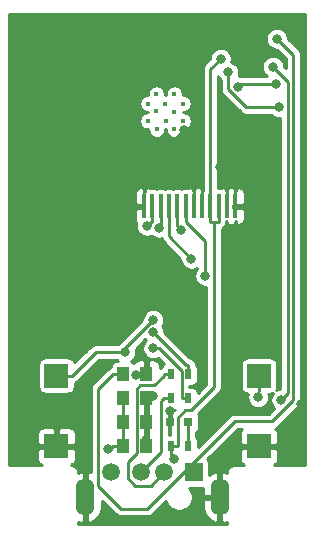
<source format=gbr>
G04 #@! TF.GenerationSoftware,KiCad,Pcbnew,(5.1.7)-1*
G04 #@! TF.CreationDate,2021-10-09T11:46:55+02:00*
G04 #@! TF.ProjectId,20210211_eduino,32303231-3032-4313-915f-656475696e6f,v1.0*
G04 #@! TF.SameCoordinates,Original*
G04 #@! TF.FileFunction,Copper,L1,Top*
G04 #@! TF.FilePolarity,Positive*
%FSLAX46Y46*%
G04 Gerber Fmt 4.6, Leading zero omitted, Abs format (unit mm)*
G04 Created by KiCad (PCBNEW (5.1.7)-1) date 2021-10-09 11:46:55*
%MOMM*%
%LPD*%
G01*
G04 APERTURE LIST*
G04 #@! TA.AperFunction,ComponentPad*
%ADD10O,1.575000X3.150000*%
G04 #@! TD*
G04 #@! TA.AperFunction,ComponentPad*
%ADD11C,1.508000*%
G04 #@! TD*
G04 #@! TA.AperFunction,ComponentPad*
%ADD12R,1.508000X1.508000*%
G04 #@! TD*
G04 #@! TA.AperFunction,SMDPad,CuDef*
%ADD13R,0.350000X2.000000*%
G04 #@! TD*
G04 #@! TA.AperFunction,SMDPad,CuDef*
%ADD14R,1.000000X1.250000*%
G04 #@! TD*
G04 #@! TA.AperFunction,SMDPad,CuDef*
%ADD15R,0.800000X0.800000*%
G04 #@! TD*
G04 #@! TA.AperFunction,SMDPad,CuDef*
%ADD16R,0.500000X0.900000*%
G04 #@! TD*
G04 #@! TA.AperFunction,ComponentPad*
%ADD17C,0.400000*%
G04 #@! TD*
G04 #@! TA.AperFunction,SMDPad,CuDef*
%ADD18R,2.000000X2.000000*%
G04 #@! TD*
G04 #@! TA.AperFunction,ViaPad*
%ADD19C,0.800000*%
G04 #@! TD*
G04 #@! TA.AperFunction,Conductor*
%ADD20C,0.250000*%
G04 #@! TD*
G04 #@! TA.AperFunction,Conductor*
%ADD21C,0.254000*%
G04 #@! TD*
G04 #@! TA.AperFunction,Conductor*
%ADD22C,0.100000*%
G04 #@! TD*
G04 APERTURE END LIST*
D10*
X145908000Y-82042000D03*
X134508000Y-82042000D03*
D11*
X136708000Y-79942000D03*
X139208000Y-79942000D03*
X141208000Y-79942000D03*
D12*
X143708000Y-79942000D03*
D13*
X139508000Y-57404000D03*
X140208000Y-57404000D03*
X140908000Y-57404000D03*
X141608000Y-57404000D03*
X142308000Y-57404000D03*
X143008000Y-57404000D03*
X143708000Y-57404000D03*
X144408000Y-57404000D03*
X145108000Y-57404000D03*
X145808000Y-57404000D03*
X146508000Y-57404000D03*
X147208000Y-57404000D03*
D14*
X137700000Y-71628000D03*
X139700000Y-71628000D03*
X137700000Y-73660000D03*
X139700000Y-73660000D03*
X139700000Y-75692000D03*
X137700000Y-75692000D03*
X139700000Y-77724000D03*
X137700000Y-77724000D03*
D15*
X141656000Y-75692000D03*
X143256000Y-75692000D03*
D16*
X143256000Y-77724000D03*
X141756000Y-77724000D03*
X141756000Y-73660000D03*
X143256000Y-73660000D03*
X143256000Y-71628000D03*
X141756000Y-71628000D03*
D17*
X142810000Y-48709600D03*
X142048000Y-47896800D03*
X140524000Y-47896800D03*
X139812800Y-48709600D03*
X139812800Y-50182800D03*
X140574800Y-50894000D03*
X142048000Y-50894000D03*
X142810000Y-50182800D03*
X142048000Y-49420800D03*
X140524000Y-49370000D03*
X141286000Y-48709600D03*
X141336800Y-50182800D03*
D18*
X132080000Y-77740000D03*
X132080000Y-71740000D03*
X149225000Y-71740000D03*
X149225000Y-77740000D03*
D19*
X134416800Y-69596000D03*
X150745000Y-43217900D03*
X152806400Y-74117200D03*
X139700000Y-77212500D03*
X138800002Y-71699188D03*
X140282803Y-73483597D03*
X141655800Y-74710002D03*
X145948400Y-54076600D03*
X142846984Y-50981947D03*
X143789400Y-53238400D03*
X144830800Y-44221400D03*
X134848600Y-51816000D03*
X134848600Y-52781200D03*
X134874000Y-53797200D03*
X134874000Y-54914800D03*
X142051400Y-78846600D03*
X136475300Y-77937500D03*
X145987300Y-44915200D03*
X137589997Y-73770003D03*
X140273200Y-69436400D03*
X140258100Y-68090300D03*
X151128600Y-73803500D03*
X150411600Y-45584800D03*
X139744500Y-59078000D03*
X142619200Y-59414500D03*
X140755600Y-59223300D03*
X143505800Y-61853500D03*
X144664600Y-63290800D03*
X146630100Y-46073500D03*
X150926100Y-49022900D03*
X147457400Y-47287600D03*
X150638600Y-47041800D03*
X137897400Y-69751800D03*
X140273900Y-67035500D03*
X149150500Y-73569500D03*
D20*
X150745000Y-43217900D02*
X152146000Y-44618900D01*
X152146000Y-44618900D02*
X152146000Y-73833900D01*
X152146000Y-73833900D02*
X150354300Y-75625600D01*
X150354300Y-75625600D02*
X147164300Y-75625600D01*
X147164300Y-75625600D02*
X143708000Y-79081900D01*
X143708000Y-79081900D02*
X139766400Y-83023500D01*
X139766400Y-83023500D02*
X137542800Y-83023500D01*
X137542800Y-83023500D02*
X135625600Y-81106300D01*
X135625600Y-81106300D02*
X135625600Y-72877100D01*
X135625600Y-72877100D02*
X136874700Y-71628000D01*
X143708000Y-79942000D02*
X143708000Y-79081900D01*
X137700000Y-71628000D02*
X136874700Y-71628000D01*
X139700000Y-77724000D02*
X139700000Y-75692000D01*
X139700000Y-77724000D02*
X139700000Y-77212500D01*
X139700000Y-75692000D02*
X139700000Y-73660000D01*
X138871190Y-71628000D02*
X138800002Y-71699188D01*
X139700000Y-71628000D02*
X138871190Y-71628000D01*
X141655800Y-75691800D02*
X141656000Y-75692000D01*
X141655800Y-74710002D02*
X141655800Y-75691800D01*
X139508000Y-57404000D02*
X139508000Y-54040000D01*
X139508000Y-54040000D02*
X139776200Y-53771800D01*
X143708000Y-54325400D02*
X143708000Y-57404000D01*
X143154400Y-53771800D02*
X143708000Y-54325400D01*
X144408000Y-57404000D02*
X144408000Y-54771400D01*
X143962000Y-54325400D02*
X143708000Y-54325400D01*
X144408000Y-54771400D02*
X143962000Y-54325400D01*
X147208000Y-57404000D02*
X147208000Y-54929800D01*
X147208000Y-54929800D02*
X147066000Y-54787800D01*
X147066000Y-54787800D02*
X146558000Y-54787800D01*
X146508000Y-54837800D02*
X146508000Y-57404000D01*
X146558000Y-54787800D02*
X146508000Y-54837800D01*
X146558000Y-54686200D02*
X145948400Y-54076600D01*
X146558000Y-54787800D02*
X146558000Y-54686200D01*
X140538200Y-53771800D02*
X140538200Y-53290731D01*
X139776200Y-53771800D02*
X140538200Y-53771800D01*
X140538200Y-53771800D02*
X143154400Y-53771800D01*
X143358365Y-52807365D02*
X143789400Y-53238400D01*
X141021565Y-52807365D02*
X143358365Y-52807365D01*
X140538200Y-53290731D02*
X141021565Y-52807365D01*
X141021565Y-52807365D02*
X142846984Y-50981947D01*
X137700000Y-77724000D02*
X137700000Y-75692000D01*
X137631100Y-77724000D02*
X137700000Y-77724000D01*
X145419200Y-58729300D02*
X145808000Y-58729300D01*
X145108000Y-58729300D02*
X145419200Y-58729300D01*
X142331300Y-77724000D02*
X142381400Y-77673900D01*
X142381400Y-77673900D02*
X142381400Y-75296300D01*
X142381400Y-75296300D02*
X142976700Y-74701000D01*
X142976700Y-74701000D02*
X143443700Y-74701000D01*
X143443700Y-74701000D02*
X145419200Y-72725500D01*
X145419200Y-72725500D02*
X145419200Y-58729300D01*
X142051400Y-78846600D02*
X141756000Y-78551200D01*
X141756000Y-78551200D02*
X141756000Y-77724000D01*
X145108000Y-57404000D02*
X145108000Y-58729300D01*
X145808000Y-57404000D02*
X145808000Y-58729300D01*
X141756000Y-77724000D02*
X142331300Y-77724000D01*
X137631100Y-77724000D02*
X136874700Y-77724000D01*
X136475300Y-77937500D02*
X136661200Y-77937500D01*
X136661200Y-77937500D02*
X136874700Y-77724000D01*
X145108000Y-56078700D02*
X145108000Y-45794500D01*
X145108000Y-45794500D02*
X145987300Y-44915200D01*
X145108000Y-57404000D02*
X145108000Y-56078700D01*
X137700000Y-75692000D02*
X137700000Y-73660000D01*
X143256000Y-77724000D02*
X143256000Y-75692000D01*
X141756000Y-73660000D02*
X141180700Y-73660000D01*
X141180700Y-73660000D02*
X140930600Y-73910100D01*
X140930600Y-73910100D02*
X140930600Y-78219400D01*
X140930600Y-78219400D02*
X139208000Y-79942000D01*
X141756000Y-71628000D02*
X141180700Y-71628000D01*
X141180700Y-71628000D02*
X141180700Y-71771800D01*
X141180700Y-71771800D02*
X140374100Y-72578400D01*
X140374100Y-72578400D02*
X139194600Y-72578400D01*
X139194600Y-72578400D02*
X138874600Y-72898400D01*
X138874600Y-72898400D02*
X138874600Y-78265900D01*
X138874600Y-78265900D02*
X138108200Y-79032300D01*
X138108200Y-79032300D02*
X138108200Y-80402900D01*
X138108200Y-80402900D02*
X138771500Y-81066200D01*
X138771500Y-81066200D02*
X140083800Y-81066200D01*
X140083800Y-81066200D02*
X141208000Y-79942000D01*
X143256000Y-73660000D02*
X142680700Y-73660000D01*
X140273200Y-69436400D02*
X140793800Y-69436400D01*
X140793800Y-69436400D02*
X142680700Y-71323300D01*
X142680700Y-71323300D02*
X142680700Y-73660000D01*
X143256000Y-71628000D02*
X143256000Y-70852700D01*
X140258100Y-68090300D02*
X143020500Y-70852700D01*
X143020500Y-70852700D02*
X143256000Y-70852700D01*
X150411600Y-45584800D02*
X151695400Y-46868600D01*
X151695400Y-46868600D02*
X151695400Y-73236700D01*
X151695400Y-73236700D02*
X151128600Y-73803500D01*
X140208000Y-57404000D02*
X140208000Y-58729300D01*
X139744500Y-59078000D02*
X140093200Y-58729300D01*
X140093200Y-58729300D02*
X140208000Y-58729300D01*
X142619200Y-59414500D02*
X142308000Y-59103300D01*
X142308000Y-59103300D02*
X142308000Y-57404000D01*
X140755600Y-59223300D02*
X140908000Y-59070900D01*
X140908000Y-59070900D02*
X140908000Y-57404000D01*
X143505800Y-61853500D02*
X141608000Y-59955700D01*
X141608000Y-59955700D02*
X141608000Y-57404000D01*
X143008000Y-57404000D02*
X143008000Y-58729300D01*
X144664600Y-63290800D02*
X144664600Y-60385900D01*
X144664600Y-60385900D02*
X143008000Y-58729300D01*
X150926100Y-49022900D02*
X148158700Y-49022900D01*
X148158700Y-49022900D02*
X146630100Y-47494300D01*
X146630100Y-47494300D02*
X146630100Y-46073500D01*
X150638600Y-47041800D02*
X147703200Y-47041800D01*
X147703200Y-47041800D02*
X147457400Y-47287600D01*
X133405300Y-71740000D02*
X135393500Y-69751800D01*
X135393500Y-69751800D02*
X137897400Y-69751800D01*
X140273900Y-67035500D02*
X137897400Y-69412000D01*
X137897400Y-69412000D02*
X137897400Y-69751800D01*
X132080000Y-71740000D02*
X133405300Y-71740000D01*
X149225000Y-71740000D02*
X149225000Y-73065300D01*
X149225000Y-73065300D02*
X149150500Y-73139800D01*
X149150500Y-73139800D02*
X149150500Y-73569500D01*
D21*
X153118001Y-75601391D02*
X153118000Y-79331000D01*
X150464242Y-79331000D01*
X150469180Y-79329502D01*
X150579494Y-79270537D01*
X150676185Y-79191185D01*
X150755537Y-79094494D01*
X150814502Y-78984180D01*
X150850812Y-78864482D01*
X150863072Y-78740000D01*
X150860000Y-78025750D01*
X150701250Y-77867000D01*
X149352000Y-77867000D01*
X149352000Y-77887000D01*
X149098000Y-77887000D01*
X149098000Y-77867000D01*
X147748750Y-77867000D01*
X147590000Y-78025750D01*
X147586928Y-78740000D01*
X147599188Y-78864482D01*
X147635498Y-78984180D01*
X147694463Y-79094494D01*
X147773815Y-79191185D01*
X147870506Y-79270537D01*
X147980820Y-79329502D01*
X147985758Y-79331000D01*
X147093108Y-79331000D01*
X147066000Y-79328330D01*
X147038891Y-79331000D01*
X146957789Y-79338988D01*
X146853737Y-79370552D01*
X146757842Y-79421809D01*
X146673789Y-79490789D01*
X146604809Y-79574842D01*
X146553552Y-79670737D01*
X146521988Y-79774789D01*
X146511330Y-79883000D01*
X146514000Y-79910108D01*
X146514000Y-79967733D01*
X146335034Y-79891681D01*
X146255076Y-79874992D01*
X146035000Y-79997148D01*
X146035000Y-81915000D01*
X146055000Y-81915000D01*
X146055000Y-82169000D01*
X146035000Y-82169000D01*
X146035000Y-84086852D01*
X146255076Y-84209008D01*
X146335034Y-84192319D01*
X146514001Y-84116267D01*
X146514001Y-84284000D01*
X133902000Y-84284000D01*
X133902000Y-84116267D01*
X134080966Y-84192319D01*
X134160924Y-84209008D01*
X134381000Y-84086852D01*
X134381000Y-82169000D01*
X134361000Y-82169000D01*
X134361000Y-81915000D01*
X134381000Y-81915000D01*
X134381000Y-79997148D01*
X134160924Y-79874992D01*
X134080966Y-79891681D01*
X133902000Y-79967733D01*
X133902000Y-79910108D01*
X133904670Y-79883000D01*
X133894012Y-79774789D01*
X133862448Y-79670737D01*
X133811191Y-79574842D01*
X133742211Y-79490789D01*
X133658158Y-79421809D01*
X133562263Y-79370552D01*
X133458211Y-79338988D01*
X133377109Y-79331000D01*
X133377108Y-79331000D01*
X133350000Y-79328330D01*
X133322891Y-79331000D01*
X133319242Y-79331000D01*
X133324180Y-79329502D01*
X133434494Y-79270537D01*
X133531185Y-79191185D01*
X133610537Y-79094494D01*
X133669502Y-78984180D01*
X133705812Y-78864482D01*
X133718072Y-78740000D01*
X133715000Y-78025750D01*
X133556250Y-77867000D01*
X132207000Y-77867000D01*
X132207000Y-77887000D01*
X131953000Y-77887000D01*
X131953000Y-77867000D01*
X130603750Y-77867000D01*
X130445000Y-78025750D01*
X130441928Y-78740000D01*
X130454188Y-78864482D01*
X130490498Y-78984180D01*
X130549463Y-79094494D01*
X130628815Y-79191185D01*
X130725506Y-79270537D01*
X130835820Y-79329502D01*
X130840758Y-79331000D01*
X128060000Y-79331000D01*
X128060000Y-76740000D01*
X130441928Y-76740000D01*
X130445000Y-77454250D01*
X130603750Y-77613000D01*
X131953000Y-77613000D01*
X131953000Y-76263750D01*
X132207000Y-76263750D01*
X132207000Y-77613000D01*
X133556250Y-77613000D01*
X133715000Y-77454250D01*
X133718072Y-76740000D01*
X133705812Y-76615518D01*
X133669502Y-76495820D01*
X133610537Y-76385506D01*
X133531185Y-76288815D01*
X133434494Y-76209463D01*
X133324180Y-76150498D01*
X133204482Y-76114188D01*
X133080000Y-76101928D01*
X132365750Y-76105000D01*
X132207000Y-76263750D01*
X131953000Y-76263750D01*
X131794250Y-76105000D01*
X131080000Y-76101928D01*
X130955518Y-76114188D01*
X130835820Y-76150498D01*
X130725506Y-76209463D01*
X130628815Y-76288815D01*
X130549463Y-76385506D01*
X130490498Y-76495820D01*
X130454188Y-76615518D01*
X130441928Y-76740000D01*
X128060000Y-76740000D01*
X128060000Y-70740000D01*
X130550451Y-70740000D01*
X130550451Y-72740000D01*
X130560626Y-72843310D01*
X130590761Y-72942650D01*
X130639696Y-73034202D01*
X130705552Y-73114448D01*
X130785798Y-73180304D01*
X130877350Y-73229239D01*
X130976690Y-73259374D01*
X131080000Y-73269549D01*
X133080000Y-73269549D01*
X133183310Y-73259374D01*
X133282650Y-73229239D01*
X133374202Y-73180304D01*
X133454448Y-73114448D01*
X133520304Y-73034202D01*
X133569239Y-72942650D01*
X133599374Y-72843310D01*
X133609549Y-72740000D01*
X133609549Y-72359379D01*
X133656017Y-72345283D01*
X133769284Y-72284741D01*
X133868564Y-72203264D01*
X133888985Y-72178381D01*
X135663567Y-70403800D01*
X137238424Y-70403800D01*
X137306472Y-70471848D01*
X137308871Y-70473451D01*
X137200000Y-70473451D01*
X137096690Y-70483626D01*
X136997350Y-70513761D01*
X136905798Y-70562696D01*
X136825552Y-70628552D01*
X136759696Y-70708798D01*
X136710761Y-70800350D01*
X136680626Y-70899690D01*
X136670451Y-71003000D01*
X136670451Y-71008621D01*
X136623983Y-71022717D01*
X136510716Y-71083259D01*
X136411436Y-71164736D01*
X136391020Y-71189613D01*
X135187214Y-72393420D01*
X135162337Y-72413836D01*
X135080860Y-72513116D01*
X135069421Y-72534517D01*
X135020317Y-72626384D01*
X134983035Y-72749286D01*
X134970446Y-72877100D01*
X134973601Y-72909132D01*
X134973600Y-79908070D01*
X134935034Y-79891681D01*
X134855076Y-79874992D01*
X134635000Y-79997148D01*
X134635000Y-81915000D01*
X134655000Y-81915000D01*
X134655000Y-82169000D01*
X134635000Y-82169000D01*
X134635000Y-84086852D01*
X134855076Y-84209008D01*
X134935034Y-84192319D01*
X135192702Y-84082823D01*
X135424057Y-83925162D01*
X135620208Y-83725395D01*
X135773618Y-83491200D01*
X135878391Y-83231576D01*
X135930500Y-82956500D01*
X135930500Y-82333266D01*
X137059120Y-83461887D01*
X137079536Y-83486764D01*
X137178816Y-83568241D01*
X137292083Y-83628783D01*
X137414985Y-83666065D01*
X137542799Y-83678654D01*
X137574821Y-83675500D01*
X139734378Y-83675500D01*
X139766400Y-83678654D01*
X139798422Y-83675500D01*
X139894214Y-83666065D01*
X140017117Y-83628783D01*
X140130384Y-83568241D01*
X140229664Y-83486764D01*
X140250085Y-83461881D01*
X141347562Y-82364405D01*
X141350271Y-82378026D01*
X141437111Y-82587677D01*
X141563183Y-82776357D01*
X141723643Y-82936817D01*
X141912323Y-83062889D01*
X142121974Y-83149729D01*
X142344538Y-83194000D01*
X142571462Y-83194000D01*
X142794026Y-83149729D01*
X143003677Y-83062889D01*
X143192357Y-82936817D01*
X143352817Y-82776357D01*
X143478889Y-82587677D01*
X143565729Y-82378026D01*
X143607307Y-82169000D01*
X144485500Y-82169000D01*
X144485500Y-82956500D01*
X144537609Y-83231576D01*
X144642382Y-83491200D01*
X144795792Y-83725395D01*
X144991943Y-83925162D01*
X145223298Y-84082823D01*
X145480966Y-84192319D01*
X145560924Y-84209008D01*
X145781000Y-84086852D01*
X145781000Y-82169000D01*
X144485500Y-82169000D01*
X143607307Y-82169000D01*
X143610000Y-82155462D01*
X143610000Y-81928538D01*
X143565729Y-81705974D01*
X143478889Y-81496323D01*
X143352817Y-81307643D01*
X143270723Y-81225549D01*
X144462000Y-81225549D01*
X144485500Y-81223234D01*
X144485500Y-81915000D01*
X145781000Y-81915000D01*
X145781000Y-79997148D01*
X145560924Y-79874992D01*
X145480966Y-79891681D01*
X145223298Y-80001177D01*
X144991943Y-80158838D01*
X144991549Y-80159239D01*
X144991549Y-79188000D01*
X144981374Y-79084690D01*
X144951239Y-78985350D01*
X144902304Y-78893798D01*
X144864379Y-78847587D01*
X147434367Y-76277600D01*
X147787481Y-76277600D01*
X147773815Y-76288815D01*
X147694463Y-76385506D01*
X147635498Y-76495820D01*
X147599188Y-76615518D01*
X147586928Y-76740000D01*
X147590000Y-77454250D01*
X147748750Y-77613000D01*
X149098000Y-77613000D01*
X149098000Y-77593000D01*
X149352000Y-77593000D01*
X149352000Y-77613000D01*
X150701250Y-77613000D01*
X150860000Y-77454250D01*
X150863072Y-76740000D01*
X150850812Y-76615518D01*
X150814502Y-76495820D01*
X150755537Y-76385506D01*
X150676185Y-76288815D01*
X150605367Y-76230696D01*
X150718284Y-76170341D01*
X150817564Y-76088864D01*
X150837985Y-76063981D01*
X152584387Y-74317580D01*
X152609264Y-74297164D01*
X152690741Y-74197884D01*
X152751283Y-74084617D01*
X152788565Y-73961714D01*
X152798000Y-73865922D01*
X152798000Y-73865915D01*
X152801153Y-73833901D01*
X152798000Y-73801886D01*
X152798000Y-44650921D01*
X152801154Y-44618899D01*
X152788565Y-44491085D01*
X152751283Y-44368183D01*
X152693483Y-44260046D01*
X152690741Y-44254916D01*
X152609264Y-44155636D01*
X152584388Y-44135221D01*
X151672000Y-43222834D01*
X151672000Y-43126599D01*
X151636376Y-42947504D01*
X151566496Y-42778801D01*
X151465048Y-42626972D01*
X151335928Y-42497852D01*
X151184099Y-42396404D01*
X151015396Y-42326524D01*
X150836301Y-42290900D01*
X150653699Y-42290900D01*
X150474604Y-42326524D01*
X150305901Y-42396404D01*
X150154072Y-42497852D01*
X150024952Y-42626972D01*
X149923504Y-42778801D01*
X149853624Y-42947504D01*
X149818000Y-43126599D01*
X149818000Y-43309201D01*
X149853624Y-43488296D01*
X149923504Y-43656999D01*
X150024952Y-43808828D01*
X150154072Y-43937948D01*
X150305901Y-44039396D01*
X150474604Y-44109276D01*
X150653699Y-44144900D01*
X150749934Y-44144900D01*
X151494000Y-44888967D01*
X151494000Y-45745134D01*
X151338600Y-45589734D01*
X151338600Y-45493499D01*
X151302976Y-45314404D01*
X151233096Y-45145701D01*
X151131648Y-44993872D01*
X151002528Y-44864752D01*
X150850699Y-44763304D01*
X150681996Y-44693424D01*
X150502901Y-44657800D01*
X150320299Y-44657800D01*
X150141204Y-44693424D01*
X149972501Y-44763304D01*
X149820672Y-44864752D01*
X149691552Y-44993872D01*
X149590104Y-45145701D01*
X149520224Y-45314404D01*
X149484600Y-45493499D01*
X149484600Y-45676101D01*
X149520224Y-45855196D01*
X149590104Y-46023899D01*
X149691552Y-46175728D01*
X149820672Y-46304848D01*
X149947813Y-46389800D01*
X147735222Y-46389800D01*
X147703200Y-46386646D01*
X147687445Y-46388198D01*
X147548701Y-46360600D01*
X147514557Y-46360600D01*
X147521476Y-46343896D01*
X147557100Y-46164801D01*
X147557100Y-45982199D01*
X147521476Y-45803104D01*
X147451596Y-45634401D01*
X147350148Y-45482572D01*
X147221028Y-45353452D01*
X147069199Y-45252004D01*
X146900496Y-45182124D01*
X146880171Y-45178081D01*
X146914300Y-45006501D01*
X146914300Y-44823899D01*
X146878676Y-44644804D01*
X146808796Y-44476101D01*
X146707348Y-44324272D01*
X146578228Y-44195152D01*
X146426399Y-44093704D01*
X146257696Y-44023824D01*
X146078601Y-43988200D01*
X145895999Y-43988200D01*
X145716904Y-44023824D01*
X145548201Y-44093704D01*
X145396372Y-44195152D01*
X145267252Y-44324272D01*
X145165804Y-44476101D01*
X145095924Y-44644804D01*
X145060300Y-44823899D01*
X145060300Y-44920134D01*
X144669614Y-45310820D01*
X144644737Y-45331236D01*
X144563260Y-45430516D01*
X144549112Y-45456986D01*
X144502717Y-45543784D01*
X144465435Y-45666686D01*
X144452846Y-45794500D01*
X144456001Y-45826532D01*
X144456000Y-55927750D01*
X144456000Y-56129568D01*
X144417770Y-56055924D01*
X144360000Y-55983776D01*
X144360000Y-55927750D01*
X144201250Y-55769000D01*
X144100987Y-55779734D01*
X144058000Y-55793342D01*
X144015013Y-55779734D01*
X143914750Y-55769000D01*
X143756000Y-55927750D01*
X143756000Y-55983776D01*
X143698230Y-56055924D01*
X143660000Y-56129568D01*
X143660000Y-55927750D01*
X143501250Y-55769000D01*
X143400987Y-55779734D01*
X143281736Y-55817483D01*
X143178177Y-55874451D01*
X142833000Y-55874451D01*
X142729690Y-55884626D01*
X142658000Y-55906373D01*
X142586310Y-55884626D01*
X142483000Y-55874451D01*
X142133000Y-55874451D01*
X142029690Y-55884626D01*
X141958000Y-55906373D01*
X141886310Y-55884626D01*
X141783000Y-55874451D01*
X141433000Y-55874451D01*
X141329690Y-55884626D01*
X141258000Y-55906373D01*
X141186310Y-55884626D01*
X141083000Y-55874451D01*
X140733000Y-55874451D01*
X140629690Y-55884626D01*
X140558000Y-55906373D01*
X140486310Y-55884626D01*
X140383000Y-55874451D01*
X140037823Y-55874451D01*
X139934264Y-55817483D01*
X139815013Y-55779734D01*
X139714750Y-55769000D01*
X139556000Y-55927750D01*
X139556000Y-56178452D01*
X139543761Y-56201350D01*
X139513626Y-56300690D01*
X139503451Y-56404000D01*
X139503451Y-57551000D01*
X139460000Y-57551000D01*
X139460000Y-57531000D01*
X138856750Y-57531000D01*
X138698000Y-57689750D01*
X138694974Y-58396312D01*
X138705734Y-58520933D01*
X138740599Y-58641059D01*
X138798230Y-58752076D01*
X138851048Y-58818040D01*
X138817500Y-58986699D01*
X138817500Y-59169301D01*
X138853124Y-59348396D01*
X138923004Y-59517099D01*
X139024452Y-59668928D01*
X139153572Y-59798048D01*
X139305401Y-59899496D01*
X139474104Y-59969376D01*
X139653199Y-60005000D01*
X139835801Y-60005000D01*
X140014896Y-59969376D01*
X140139208Y-59917884D01*
X140164672Y-59943348D01*
X140316501Y-60044796D01*
X140485204Y-60114676D01*
X140664299Y-60150300D01*
X140846901Y-60150300D01*
X140977796Y-60124263D01*
X141002717Y-60206416D01*
X141063259Y-60319683D01*
X141144736Y-60418964D01*
X141169618Y-60439385D01*
X142578800Y-61848567D01*
X142578800Y-61944801D01*
X142614424Y-62123896D01*
X142684304Y-62292599D01*
X142785752Y-62444428D01*
X142914872Y-62573548D01*
X143066701Y-62674996D01*
X143235404Y-62744876D01*
X143414499Y-62780500D01*
X143597101Y-62780500D01*
X143776196Y-62744876D01*
X143944899Y-62674996D01*
X144012600Y-62629760D01*
X144012600Y-62631824D01*
X143944552Y-62699872D01*
X143843104Y-62851701D01*
X143773224Y-63020404D01*
X143737600Y-63199499D01*
X143737600Y-63382101D01*
X143773224Y-63561196D01*
X143843104Y-63729899D01*
X143944552Y-63881728D01*
X144073672Y-64010848D01*
X144225501Y-64112296D01*
X144394204Y-64182176D01*
X144573299Y-64217800D01*
X144755901Y-64217800D01*
X144767201Y-64215552D01*
X144767200Y-72455433D01*
X144033494Y-73189139D01*
X144025374Y-73106690D01*
X143995239Y-73007350D01*
X143946304Y-72915798D01*
X143880448Y-72835552D01*
X143800202Y-72769696D01*
X143708650Y-72720761D01*
X143609310Y-72690626D01*
X143506000Y-72680451D01*
X143332700Y-72680451D01*
X143332700Y-72607549D01*
X143506000Y-72607549D01*
X143609310Y-72597374D01*
X143708650Y-72567239D01*
X143800202Y-72518304D01*
X143880448Y-72452448D01*
X143946304Y-72372202D01*
X143995239Y-72280650D01*
X144025374Y-72181310D01*
X144035549Y-72078000D01*
X144035549Y-71178000D01*
X144025374Y-71074690D01*
X143995239Y-70975350D01*
X143946304Y-70883798D01*
X143909841Y-70839367D01*
X143898565Y-70724886D01*
X143861283Y-70601983D01*
X143800741Y-70488716D01*
X143719264Y-70389436D01*
X143619984Y-70307959D01*
X143506717Y-70247417D01*
X143383814Y-70210135D01*
X143290845Y-70200978D01*
X141185100Y-68095234D01*
X141185100Y-67998999D01*
X141149476Y-67819904D01*
X141079596Y-67651201D01*
X141028496Y-67574723D01*
X141095396Y-67474599D01*
X141165276Y-67305896D01*
X141200900Y-67126801D01*
X141200900Y-66944199D01*
X141165276Y-66765104D01*
X141095396Y-66596401D01*
X140993948Y-66444572D01*
X140864828Y-66315452D01*
X140712999Y-66214004D01*
X140544296Y-66144124D01*
X140365201Y-66108500D01*
X140182599Y-66108500D01*
X140003504Y-66144124D01*
X139834801Y-66214004D01*
X139682972Y-66315452D01*
X139553852Y-66444572D01*
X139452404Y-66596401D01*
X139382524Y-66765104D01*
X139346900Y-66944199D01*
X139346900Y-67040433D01*
X137459019Y-68928315D01*
X137449123Y-68936437D01*
X137306472Y-69031752D01*
X137238424Y-69099800D01*
X135425514Y-69099800D01*
X135393499Y-69096647D01*
X135361485Y-69099800D01*
X135361478Y-69099800D01*
X135278327Y-69107990D01*
X135265685Y-69109235D01*
X135142783Y-69146517D01*
X135029516Y-69207059D01*
X134930236Y-69288536D01*
X134909820Y-69313413D01*
X133596388Y-70626846D01*
X133569239Y-70537350D01*
X133520304Y-70445798D01*
X133454448Y-70365552D01*
X133374202Y-70299696D01*
X133282650Y-70250761D01*
X133183310Y-70220626D01*
X133080000Y-70210451D01*
X131080000Y-70210451D01*
X130976690Y-70220626D01*
X130877350Y-70250761D01*
X130785798Y-70299696D01*
X130705552Y-70365552D01*
X130639696Y-70445798D01*
X130590761Y-70537350D01*
X130560626Y-70636690D01*
X130550451Y-70740000D01*
X128060000Y-70740000D01*
X128060000Y-56411688D01*
X138694974Y-56411688D01*
X138698000Y-57118250D01*
X138856750Y-57277000D01*
X139460000Y-57277000D01*
X139460000Y-55927750D01*
X139301250Y-55769000D01*
X139200987Y-55779734D01*
X139081736Y-55817483D01*
X138972140Y-55877772D01*
X138876412Y-55958284D01*
X138798230Y-56055924D01*
X138740599Y-56166941D01*
X138705734Y-56287067D01*
X138694974Y-56411688D01*
X128060000Y-56411688D01*
X128060000Y-48637997D01*
X139085800Y-48637997D01*
X139085800Y-48781203D01*
X139113738Y-48921658D01*
X139168541Y-49053964D01*
X139248102Y-49173036D01*
X139349364Y-49274298D01*
X139468436Y-49353859D01*
X139600742Y-49408662D01*
X139741197Y-49436600D01*
X139797000Y-49436600D01*
X139797000Y-49441603D01*
X139799824Y-49455800D01*
X139741197Y-49455800D01*
X139600742Y-49483738D01*
X139468436Y-49538541D01*
X139349364Y-49618102D01*
X139248102Y-49719364D01*
X139168541Y-49838436D01*
X139113738Y-49970742D01*
X139085800Y-50111197D01*
X139085800Y-50254403D01*
X139113738Y-50394858D01*
X139168541Y-50527164D01*
X139248102Y-50646236D01*
X139349364Y-50747498D01*
X139468436Y-50827059D01*
X139600742Y-50881862D01*
X139741197Y-50909800D01*
X139847800Y-50909800D01*
X139847800Y-50965603D01*
X139875738Y-51106058D01*
X139930541Y-51238364D01*
X140010102Y-51357436D01*
X140111364Y-51458698D01*
X140230436Y-51538259D01*
X140362742Y-51593062D01*
X140503197Y-51621000D01*
X140646403Y-51621000D01*
X140786858Y-51593062D01*
X140919164Y-51538259D01*
X141038236Y-51458698D01*
X141139498Y-51357436D01*
X141219059Y-51238364D01*
X141273862Y-51106058D01*
X141301800Y-50965603D01*
X141301800Y-50909800D01*
X141321000Y-50909800D01*
X141321000Y-50965603D01*
X141348938Y-51106058D01*
X141403741Y-51238364D01*
X141483302Y-51357436D01*
X141584564Y-51458698D01*
X141703636Y-51538259D01*
X141835942Y-51593062D01*
X141976397Y-51621000D01*
X142119603Y-51621000D01*
X142260058Y-51593062D01*
X142392364Y-51538259D01*
X142511436Y-51458698D01*
X142612698Y-51357436D01*
X142692259Y-51238364D01*
X142747062Y-51106058D01*
X142775000Y-50965603D01*
X142775000Y-50909800D01*
X142881603Y-50909800D01*
X143022058Y-50881862D01*
X143154364Y-50827059D01*
X143273436Y-50747498D01*
X143374698Y-50646236D01*
X143454259Y-50527164D01*
X143509062Y-50394858D01*
X143537000Y-50254403D01*
X143537000Y-50111197D01*
X143509062Y-49970742D01*
X143454259Y-49838436D01*
X143374698Y-49719364D01*
X143273436Y-49618102D01*
X143154364Y-49538541D01*
X143022058Y-49483738D01*
X142881603Y-49455800D01*
X142775000Y-49455800D01*
X142775000Y-49436600D01*
X142881603Y-49436600D01*
X143022058Y-49408662D01*
X143154364Y-49353859D01*
X143273436Y-49274298D01*
X143374698Y-49173036D01*
X143454259Y-49053964D01*
X143509062Y-48921658D01*
X143537000Y-48781203D01*
X143537000Y-48637997D01*
X143509062Y-48497542D01*
X143454259Y-48365236D01*
X143374698Y-48246164D01*
X143273436Y-48144902D01*
X143154364Y-48065341D01*
X143022058Y-48010538D01*
X142881603Y-47982600D01*
X142772176Y-47982600D01*
X142775000Y-47968403D01*
X142775000Y-47825197D01*
X142747062Y-47684742D01*
X142692259Y-47552436D01*
X142612698Y-47433364D01*
X142511436Y-47332102D01*
X142392364Y-47252541D01*
X142260058Y-47197738D01*
X142119603Y-47169800D01*
X141976397Y-47169800D01*
X141835942Y-47197738D01*
X141703636Y-47252541D01*
X141584564Y-47332102D01*
X141483302Y-47433364D01*
X141403741Y-47552436D01*
X141348938Y-47684742D01*
X141321000Y-47825197D01*
X141321000Y-47968403D01*
X141323824Y-47982600D01*
X141248176Y-47982600D01*
X141251000Y-47968403D01*
X141251000Y-47825197D01*
X141223062Y-47684742D01*
X141168259Y-47552436D01*
X141088698Y-47433364D01*
X140987436Y-47332102D01*
X140868364Y-47252541D01*
X140736058Y-47197738D01*
X140595603Y-47169800D01*
X140452397Y-47169800D01*
X140311942Y-47197738D01*
X140179636Y-47252541D01*
X140060564Y-47332102D01*
X139959302Y-47433364D01*
X139879741Y-47552436D01*
X139824938Y-47684742D01*
X139797000Y-47825197D01*
X139797000Y-47968403D01*
X139799824Y-47982600D01*
X139741197Y-47982600D01*
X139600742Y-48010538D01*
X139468436Y-48065341D01*
X139349364Y-48144902D01*
X139248102Y-48246164D01*
X139168541Y-48365236D01*
X139113738Y-48497542D01*
X139085800Y-48637997D01*
X128060000Y-48637997D01*
X128060000Y-41128500D01*
X153118000Y-41128500D01*
X153118001Y-75601391D01*
G04 #@! TA.AperFunction,Conductor*
D22*
G36*
X153118001Y-75601391D02*
G01*
X153118000Y-79331000D01*
X150464242Y-79331000D01*
X150469180Y-79329502D01*
X150579494Y-79270537D01*
X150676185Y-79191185D01*
X150755537Y-79094494D01*
X150814502Y-78984180D01*
X150850812Y-78864482D01*
X150863072Y-78740000D01*
X150860000Y-78025750D01*
X150701250Y-77867000D01*
X149352000Y-77867000D01*
X149352000Y-77887000D01*
X149098000Y-77887000D01*
X149098000Y-77867000D01*
X147748750Y-77867000D01*
X147590000Y-78025750D01*
X147586928Y-78740000D01*
X147599188Y-78864482D01*
X147635498Y-78984180D01*
X147694463Y-79094494D01*
X147773815Y-79191185D01*
X147870506Y-79270537D01*
X147980820Y-79329502D01*
X147985758Y-79331000D01*
X147093108Y-79331000D01*
X147066000Y-79328330D01*
X147038891Y-79331000D01*
X146957789Y-79338988D01*
X146853737Y-79370552D01*
X146757842Y-79421809D01*
X146673789Y-79490789D01*
X146604809Y-79574842D01*
X146553552Y-79670737D01*
X146521988Y-79774789D01*
X146511330Y-79883000D01*
X146514000Y-79910108D01*
X146514000Y-79967733D01*
X146335034Y-79891681D01*
X146255076Y-79874992D01*
X146035000Y-79997148D01*
X146035000Y-81915000D01*
X146055000Y-81915000D01*
X146055000Y-82169000D01*
X146035000Y-82169000D01*
X146035000Y-84086852D01*
X146255076Y-84209008D01*
X146335034Y-84192319D01*
X146514001Y-84116267D01*
X146514001Y-84284000D01*
X133902000Y-84284000D01*
X133902000Y-84116267D01*
X134080966Y-84192319D01*
X134160924Y-84209008D01*
X134381000Y-84086852D01*
X134381000Y-82169000D01*
X134361000Y-82169000D01*
X134361000Y-81915000D01*
X134381000Y-81915000D01*
X134381000Y-79997148D01*
X134160924Y-79874992D01*
X134080966Y-79891681D01*
X133902000Y-79967733D01*
X133902000Y-79910108D01*
X133904670Y-79883000D01*
X133894012Y-79774789D01*
X133862448Y-79670737D01*
X133811191Y-79574842D01*
X133742211Y-79490789D01*
X133658158Y-79421809D01*
X133562263Y-79370552D01*
X133458211Y-79338988D01*
X133377109Y-79331000D01*
X133377108Y-79331000D01*
X133350000Y-79328330D01*
X133322891Y-79331000D01*
X133319242Y-79331000D01*
X133324180Y-79329502D01*
X133434494Y-79270537D01*
X133531185Y-79191185D01*
X133610537Y-79094494D01*
X133669502Y-78984180D01*
X133705812Y-78864482D01*
X133718072Y-78740000D01*
X133715000Y-78025750D01*
X133556250Y-77867000D01*
X132207000Y-77867000D01*
X132207000Y-77887000D01*
X131953000Y-77887000D01*
X131953000Y-77867000D01*
X130603750Y-77867000D01*
X130445000Y-78025750D01*
X130441928Y-78740000D01*
X130454188Y-78864482D01*
X130490498Y-78984180D01*
X130549463Y-79094494D01*
X130628815Y-79191185D01*
X130725506Y-79270537D01*
X130835820Y-79329502D01*
X130840758Y-79331000D01*
X128060000Y-79331000D01*
X128060000Y-76740000D01*
X130441928Y-76740000D01*
X130445000Y-77454250D01*
X130603750Y-77613000D01*
X131953000Y-77613000D01*
X131953000Y-76263750D01*
X132207000Y-76263750D01*
X132207000Y-77613000D01*
X133556250Y-77613000D01*
X133715000Y-77454250D01*
X133718072Y-76740000D01*
X133705812Y-76615518D01*
X133669502Y-76495820D01*
X133610537Y-76385506D01*
X133531185Y-76288815D01*
X133434494Y-76209463D01*
X133324180Y-76150498D01*
X133204482Y-76114188D01*
X133080000Y-76101928D01*
X132365750Y-76105000D01*
X132207000Y-76263750D01*
X131953000Y-76263750D01*
X131794250Y-76105000D01*
X131080000Y-76101928D01*
X130955518Y-76114188D01*
X130835820Y-76150498D01*
X130725506Y-76209463D01*
X130628815Y-76288815D01*
X130549463Y-76385506D01*
X130490498Y-76495820D01*
X130454188Y-76615518D01*
X130441928Y-76740000D01*
X128060000Y-76740000D01*
X128060000Y-70740000D01*
X130550451Y-70740000D01*
X130550451Y-72740000D01*
X130560626Y-72843310D01*
X130590761Y-72942650D01*
X130639696Y-73034202D01*
X130705552Y-73114448D01*
X130785798Y-73180304D01*
X130877350Y-73229239D01*
X130976690Y-73259374D01*
X131080000Y-73269549D01*
X133080000Y-73269549D01*
X133183310Y-73259374D01*
X133282650Y-73229239D01*
X133374202Y-73180304D01*
X133454448Y-73114448D01*
X133520304Y-73034202D01*
X133569239Y-72942650D01*
X133599374Y-72843310D01*
X133609549Y-72740000D01*
X133609549Y-72359379D01*
X133656017Y-72345283D01*
X133769284Y-72284741D01*
X133868564Y-72203264D01*
X133888985Y-72178381D01*
X135663567Y-70403800D01*
X137238424Y-70403800D01*
X137306472Y-70471848D01*
X137308871Y-70473451D01*
X137200000Y-70473451D01*
X137096690Y-70483626D01*
X136997350Y-70513761D01*
X136905798Y-70562696D01*
X136825552Y-70628552D01*
X136759696Y-70708798D01*
X136710761Y-70800350D01*
X136680626Y-70899690D01*
X136670451Y-71003000D01*
X136670451Y-71008621D01*
X136623983Y-71022717D01*
X136510716Y-71083259D01*
X136411436Y-71164736D01*
X136391020Y-71189613D01*
X135187214Y-72393420D01*
X135162337Y-72413836D01*
X135080860Y-72513116D01*
X135069421Y-72534517D01*
X135020317Y-72626384D01*
X134983035Y-72749286D01*
X134970446Y-72877100D01*
X134973601Y-72909132D01*
X134973600Y-79908070D01*
X134935034Y-79891681D01*
X134855076Y-79874992D01*
X134635000Y-79997148D01*
X134635000Y-81915000D01*
X134655000Y-81915000D01*
X134655000Y-82169000D01*
X134635000Y-82169000D01*
X134635000Y-84086852D01*
X134855076Y-84209008D01*
X134935034Y-84192319D01*
X135192702Y-84082823D01*
X135424057Y-83925162D01*
X135620208Y-83725395D01*
X135773618Y-83491200D01*
X135878391Y-83231576D01*
X135930500Y-82956500D01*
X135930500Y-82333266D01*
X137059120Y-83461887D01*
X137079536Y-83486764D01*
X137178816Y-83568241D01*
X137292083Y-83628783D01*
X137414985Y-83666065D01*
X137542799Y-83678654D01*
X137574821Y-83675500D01*
X139734378Y-83675500D01*
X139766400Y-83678654D01*
X139798422Y-83675500D01*
X139894214Y-83666065D01*
X140017117Y-83628783D01*
X140130384Y-83568241D01*
X140229664Y-83486764D01*
X140250085Y-83461881D01*
X141347562Y-82364405D01*
X141350271Y-82378026D01*
X141437111Y-82587677D01*
X141563183Y-82776357D01*
X141723643Y-82936817D01*
X141912323Y-83062889D01*
X142121974Y-83149729D01*
X142344538Y-83194000D01*
X142571462Y-83194000D01*
X142794026Y-83149729D01*
X143003677Y-83062889D01*
X143192357Y-82936817D01*
X143352817Y-82776357D01*
X143478889Y-82587677D01*
X143565729Y-82378026D01*
X143607307Y-82169000D01*
X144485500Y-82169000D01*
X144485500Y-82956500D01*
X144537609Y-83231576D01*
X144642382Y-83491200D01*
X144795792Y-83725395D01*
X144991943Y-83925162D01*
X145223298Y-84082823D01*
X145480966Y-84192319D01*
X145560924Y-84209008D01*
X145781000Y-84086852D01*
X145781000Y-82169000D01*
X144485500Y-82169000D01*
X143607307Y-82169000D01*
X143610000Y-82155462D01*
X143610000Y-81928538D01*
X143565729Y-81705974D01*
X143478889Y-81496323D01*
X143352817Y-81307643D01*
X143270723Y-81225549D01*
X144462000Y-81225549D01*
X144485500Y-81223234D01*
X144485500Y-81915000D01*
X145781000Y-81915000D01*
X145781000Y-79997148D01*
X145560924Y-79874992D01*
X145480966Y-79891681D01*
X145223298Y-80001177D01*
X144991943Y-80158838D01*
X144991549Y-80159239D01*
X144991549Y-79188000D01*
X144981374Y-79084690D01*
X144951239Y-78985350D01*
X144902304Y-78893798D01*
X144864379Y-78847587D01*
X147434367Y-76277600D01*
X147787481Y-76277600D01*
X147773815Y-76288815D01*
X147694463Y-76385506D01*
X147635498Y-76495820D01*
X147599188Y-76615518D01*
X147586928Y-76740000D01*
X147590000Y-77454250D01*
X147748750Y-77613000D01*
X149098000Y-77613000D01*
X149098000Y-77593000D01*
X149352000Y-77593000D01*
X149352000Y-77613000D01*
X150701250Y-77613000D01*
X150860000Y-77454250D01*
X150863072Y-76740000D01*
X150850812Y-76615518D01*
X150814502Y-76495820D01*
X150755537Y-76385506D01*
X150676185Y-76288815D01*
X150605367Y-76230696D01*
X150718284Y-76170341D01*
X150817564Y-76088864D01*
X150837985Y-76063981D01*
X152584387Y-74317580D01*
X152609264Y-74297164D01*
X152690741Y-74197884D01*
X152751283Y-74084617D01*
X152788565Y-73961714D01*
X152798000Y-73865922D01*
X152798000Y-73865915D01*
X152801153Y-73833901D01*
X152798000Y-73801886D01*
X152798000Y-44650921D01*
X152801154Y-44618899D01*
X152788565Y-44491085D01*
X152751283Y-44368183D01*
X152693483Y-44260046D01*
X152690741Y-44254916D01*
X152609264Y-44155636D01*
X152584388Y-44135221D01*
X151672000Y-43222834D01*
X151672000Y-43126599D01*
X151636376Y-42947504D01*
X151566496Y-42778801D01*
X151465048Y-42626972D01*
X151335928Y-42497852D01*
X151184099Y-42396404D01*
X151015396Y-42326524D01*
X150836301Y-42290900D01*
X150653699Y-42290900D01*
X150474604Y-42326524D01*
X150305901Y-42396404D01*
X150154072Y-42497852D01*
X150024952Y-42626972D01*
X149923504Y-42778801D01*
X149853624Y-42947504D01*
X149818000Y-43126599D01*
X149818000Y-43309201D01*
X149853624Y-43488296D01*
X149923504Y-43656999D01*
X150024952Y-43808828D01*
X150154072Y-43937948D01*
X150305901Y-44039396D01*
X150474604Y-44109276D01*
X150653699Y-44144900D01*
X150749934Y-44144900D01*
X151494000Y-44888967D01*
X151494000Y-45745134D01*
X151338600Y-45589734D01*
X151338600Y-45493499D01*
X151302976Y-45314404D01*
X151233096Y-45145701D01*
X151131648Y-44993872D01*
X151002528Y-44864752D01*
X150850699Y-44763304D01*
X150681996Y-44693424D01*
X150502901Y-44657800D01*
X150320299Y-44657800D01*
X150141204Y-44693424D01*
X149972501Y-44763304D01*
X149820672Y-44864752D01*
X149691552Y-44993872D01*
X149590104Y-45145701D01*
X149520224Y-45314404D01*
X149484600Y-45493499D01*
X149484600Y-45676101D01*
X149520224Y-45855196D01*
X149590104Y-46023899D01*
X149691552Y-46175728D01*
X149820672Y-46304848D01*
X149947813Y-46389800D01*
X147735222Y-46389800D01*
X147703200Y-46386646D01*
X147687445Y-46388198D01*
X147548701Y-46360600D01*
X147514557Y-46360600D01*
X147521476Y-46343896D01*
X147557100Y-46164801D01*
X147557100Y-45982199D01*
X147521476Y-45803104D01*
X147451596Y-45634401D01*
X147350148Y-45482572D01*
X147221028Y-45353452D01*
X147069199Y-45252004D01*
X146900496Y-45182124D01*
X146880171Y-45178081D01*
X146914300Y-45006501D01*
X146914300Y-44823899D01*
X146878676Y-44644804D01*
X146808796Y-44476101D01*
X146707348Y-44324272D01*
X146578228Y-44195152D01*
X146426399Y-44093704D01*
X146257696Y-44023824D01*
X146078601Y-43988200D01*
X145895999Y-43988200D01*
X145716904Y-44023824D01*
X145548201Y-44093704D01*
X145396372Y-44195152D01*
X145267252Y-44324272D01*
X145165804Y-44476101D01*
X145095924Y-44644804D01*
X145060300Y-44823899D01*
X145060300Y-44920134D01*
X144669614Y-45310820D01*
X144644737Y-45331236D01*
X144563260Y-45430516D01*
X144549112Y-45456986D01*
X144502717Y-45543784D01*
X144465435Y-45666686D01*
X144452846Y-45794500D01*
X144456001Y-45826532D01*
X144456000Y-55927750D01*
X144456000Y-56129568D01*
X144417770Y-56055924D01*
X144360000Y-55983776D01*
X144360000Y-55927750D01*
X144201250Y-55769000D01*
X144100987Y-55779734D01*
X144058000Y-55793342D01*
X144015013Y-55779734D01*
X143914750Y-55769000D01*
X143756000Y-55927750D01*
X143756000Y-55983776D01*
X143698230Y-56055924D01*
X143660000Y-56129568D01*
X143660000Y-55927750D01*
X143501250Y-55769000D01*
X143400987Y-55779734D01*
X143281736Y-55817483D01*
X143178177Y-55874451D01*
X142833000Y-55874451D01*
X142729690Y-55884626D01*
X142658000Y-55906373D01*
X142586310Y-55884626D01*
X142483000Y-55874451D01*
X142133000Y-55874451D01*
X142029690Y-55884626D01*
X141958000Y-55906373D01*
X141886310Y-55884626D01*
X141783000Y-55874451D01*
X141433000Y-55874451D01*
X141329690Y-55884626D01*
X141258000Y-55906373D01*
X141186310Y-55884626D01*
X141083000Y-55874451D01*
X140733000Y-55874451D01*
X140629690Y-55884626D01*
X140558000Y-55906373D01*
X140486310Y-55884626D01*
X140383000Y-55874451D01*
X140037823Y-55874451D01*
X139934264Y-55817483D01*
X139815013Y-55779734D01*
X139714750Y-55769000D01*
X139556000Y-55927750D01*
X139556000Y-56178452D01*
X139543761Y-56201350D01*
X139513626Y-56300690D01*
X139503451Y-56404000D01*
X139503451Y-57551000D01*
X139460000Y-57551000D01*
X139460000Y-57531000D01*
X138856750Y-57531000D01*
X138698000Y-57689750D01*
X138694974Y-58396312D01*
X138705734Y-58520933D01*
X138740599Y-58641059D01*
X138798230Y-58752076D01*
X138851048Y-58818040D01*
X138817500Y-58986699D01*
X138817500Y-59169301D01*
X138853124Y-59348396D01*
X138923004Y-59517099D01*
X139024452Y-59668928D01*
X139153572Y-59798048D01*
X139305401Y-59899496D01*
X139474104Y-59969376D01*
X139653199Y-60005000D01*
X139835801Y-60005000D01*
X140014896Y-59969376D01*
X140139208Y-59917884D01*
X140164672Y-59943348D01*
X140316501Y-60044796D01*
X140485204Y-60114676D01*
X140664299Y-60150300D01*
X140846901Y-60150300D01*
X140977796Y-60124263D01*
X141002717Y-60206416D01*
X141063259Y-60319683D01*
X141144736Y-60418964D01*
X141169618Y-60439385D01*
X142578800Y-61848567D01*
X142578800Y-61944801D01*
X142614424Y-62123896D01*
X142684304Y-62292599D01*
X142785752Y-62444428D01*
X142914872Y-62573548D01*
X143066701Y-62674996D01*
X143235404Y-62744876D01*
X143414499Y-62780500D01*
X143597101Y-62780500D01*
X143776196Y-62744876D01*
X143944899Y-62674996D01*
X144012600Y-62629760D01*
X144012600Y-62631824D01*
X143944552Y-62699872D01*
X143843104Y-62851701D01*
X143773224Y-63020404D01*
X143737600Y-63199499D01*
X143737600Y-63382101D01*
X143773224Y-63561196D01*
X143843104Y-63729899D01*
X143944552Y-63881728D01*
X144073672Y-64010848D01*
X144225501Y-64112296D01*
X144394204Y-64182176D01*
X144573299Y-64217800D01*
X144755901Y-64217800D01*
X144767201Y-64215552D01*
X144767200Y-72455433D01*
X144033494Y-73189139D01*
X144025374Y-73106690D01*
X143995239Y-73007350D01*
X143946304Y-72915798D01*
X143880448Y-72835552D01*
X143800202Y-72769696D01*
X143708650Y-72720761D01*
X143609310Y-72690626D01*
X143506000Y-72680451D01*
X143332700Y-72680451D01*
X143332700Y-72607549D01*
X143506000Y-72607549D01*
X143609310Y-72597374D01*
X143708650Y-72567239D01*
X143800202Y-72518304D01*
X143880448Y-72452448D01*
X143946304Y-72372202D01*
X143995239Y-72280650D01*
X144025374Y-72181310D01*
X144035549Y-72078000D01*
X144035549Y-71178000D01*
X144025374Y-71074690D01*
X143995239Y-70975350D01*
X143946304Y-70883798D01*
X143909841Y-70839367D01*
X143898565Y-70724886D01*
X143861283Y-70601983D01*
X143800741Y-70488716D01*
X143719264Y-70389436D01*
X143619984Y-70307959D01*
X143506717Y-70247417D01*
X143383814Y-70210135D01*
X143290845Y-70200978D01*
X141185100Y-68095234D01*
X141185100Y-67998999D01*
X141149476Y-67819904D01*
X141079596Y-67651201D01*
X141028496Y-67574723D01*
X141095396Y-67474599D01*
X141165276Y-67305896D01*
X141200900Y-67126801D01*
X141200900Y-66944199D01*
X141165276Y-66765104D01*
X141095396Y-66596401D01*
X140993948Y-66444572D01*
X140864828Y-66315452D01*
X140712999Y-66214004D01*
X140544296Y-66144124D01*
X140365201Y-66108500D01*
X140182599Y-66108500D01*
X140003504Y-66144124D01*
X139834801Y-66214004D01*
X139682972Y-66315452D01*
X139553852Y-66444572D01*
X139452404Y-66596401D01*
X139382524Y-66765104D01*
X139346900Y-66944199D01*
X139346900Y-67040433D01*
X137459019Y-68928315D01*
X137449123Y-68936437D01*
X137306472Y-69031752D01*
X137238424Y-69099800D01*
X135425514Y-69099800D01*
X135393499Y-69096647D01*
X135361485Y-69099800D01*
X135361478Y-69099800D01*
X135278327Y-69107990D01*
X135265685Y-69109235D01*
X135142783Y-69146517D01*
X135029516Y-69207059D01*
X134930236Y-69288536D01*
X134909820Y-69313413D01*
X133596388Y-70626846D01*
X133569239Y-70537350D01*
X133520304Y-70445798D01*
X133454448Y-70365552D01*
X133374202Y-70299696D01*
X133282650Y-70250761D01*
X133183310Y-70220626D01*
X133080000Y-70210451D01*
X131080000Y-70210451D01*
X130976690Y-70220626D01*
X130877350Y-70250761D01*
X130785798Y-70299696D01*
X130705552Y-70365552D01*
X130639696Y-70445798D01*
X130590761Y-70537350D01*
X130560626Y-70636690D01*
X130550451Y-70740000D01*
X128060000Y-70740000D01*
X128060000Y-56411688D01*
X138694974Y-56411688D01*
X138698000Y-57118250D01*
X138856750Y-57277000D01*
X139460000Y-57277000D01*
X139460000Y-55927750D01*
X139301250Y-55769000D01*
X139200987Y-55779734D01*
X139081736Y-55817483D01*
X138972140Y-55877772D01*
X138876412Y-55958284D01*
X138798230Y-56055924D01*
X138740599Y-56166941D01*
X138705734Y-56287067D01*
X138694974Y-56411688D01*
X128060000Y-56411688D01*
X128060000Y-48637997D01*
X139085800Y-48637997D01*
X139085800Y-48781203D01*
X139113738Y-48921658D01*
X139168541Y-49053964D01*
X139248102Y-49173036D01*
X139349364Y-49274298D01*
X139468436Y-49353859D01*
X139600742Y-49408662D01*
X139741197Y-49436600D01*
X139797000Y-49436600D01*
X139797000Y-49441603D01*
X139799824Y-49455800D01*
X139741197Y-49455800D01*
X139600742Y-49483738D01*
X139468436Y-49538541D01*
X139349364Y-49618102D01*
X139248102Y-49719364D01*
X139168541Y-49838436D01*
X139113738Y-49970742D01*
X139085800Y-50111197D01*
X139085800Y-50254403D01*
X139113738Y-50394858D01*
X139168541Y-50527164D01*
X139248102Y-50646236D01*
X139349364Y-50747498D01*
X139468436Y-50827059D01*
X139600742Y-50881862D01*
X139741197Y-50909800D01*
X139847800Y-50909800D01*
X139847800Y-50965603D01*
X139875738Y-51106058D01*
X139930541Y-51238364D01*
X140010102Y-51357436D01*
X140111364Y-51458698D01*
X140230436Y-51538259D01*
X140362742Y-51593062D01*
X140503197Y-51621000D01*
X140646403Y-51621000D01*
X140786858Y-51593062D01*
X140919164Y-51538259D01*
X141038236Y-51458698D01*
X141139498Y-51357436D01*
X141219059Y-51238364D01*
X141273862Y-51106058D01*
X141301800Y-50965603D01*
X141301800Y-50909800D01*
X141321000Y-50909800D01*
X141321000Y-50965603D01*
X141348938Y-51106058D01*
X141403741Y-51238364D01*
X141483302Y-51357436D01*
X141584564Y-51458698D01*
X141703636Y-51538259D01*
X141835942Y-51593062D01*
X141976397Y-51621000D01*
X142119603Y-51621000D01*
X142260058Y-51593062D01*
X142392364Y-51538259D01*
X142511436Y-51458698D01*
X142612698Y-51357436D01*
X142692259Y-51238364D01*
X142747062Y-51106058D01*
X142775000Y-50965603D01*
X142775000Y-50909800D01*
X142881603Y-50909800D01*
X143022058Y-50881862D01*
X143154364Y-50827059D01*
X143273436Y-50747498D01*
X143374698Y-50646236D01*
X143454259Y-50527164D01*
X143509062Y-50394858D01*
X143537000Y-50254403D01*
X143537000Y-50111197D01*
X143509062Y-49970742D01*
X143454259Y-49838436D01*
X143374698Y-49719364D01*
X143273436Y-49618102D01*
X143154364Y-49538541D01*
X143022058Y-49483738D01*
X142881603Y-49455800D01*
X142775000Y-49455800D01*
X142775000Y-49436600D01*
X142881603Y-49436600D01*
X143022058Y-49408662D01*
X143154364Y-49353859D01*
X143273436Y-49274298D01*
X143374698Y-49173036D01*
X143454259Y-49053964D01*
X143509062Y-48921658D01*
X143537000Y-48781203D01*
X143537000Y-48637997D01*
X143509062Y-48497542D01*
X143454259Y-48365236D01*
X143374698Y-48246164D01*
X143273436Y-48144902D01*
X143154364Y-48065341D01*
X143022058Y-48010538D01*
X142881603Y-47982600D01*
X142772176Y-47982600D01*
X142775000Y-47968403D01*
X142775000Y-47825197D01*
X142747062Y-47684742D01*
X142692259Y-47552436D01*
X142612698Y-47433364D01*
X142511436Y-47332102D01*
X142392364Y-47252541D01*
X142260058Y-47197738D01*
X142119603Y-47169800D01*
X141976397Y-47169800D01*
X141835942Y-47197738D01*
X141703636Y-47252541D01*
X141584564Y-47332102D01*
X141483302Y-47433364D01*
X141403741Y-47552436D01*
X141348938Y-47684742D01*
X141321000Y-47825197D01*
X141321000Y-47968403D01*
X141323824Y-47982600D01*
X141248176Y-47982600D01*
X141251000Y-47968403D01*
X141251000Y-47825197D01*
X141223062Y-47684742D01*
X141168259Y-47552436D01*
X141088698Y-47433364D01*
X140987436Y-47332102D01*
X140868364Y-47252541D01*
X140736058Y-47197738D01*
X140595603Y-47169800D01*
X140452397Y-47169800D01*
X140311942Y-47197738D01*
X140179636Y-47252541D01*
X140060564Y-47332102D01*
X139959302Y-47433364D01*
X139879741Y-47552436D01*
X139824938Y-47684742D01*
X139797000Y-47825197D01*
X139797000Y-47968403D01*
X139799824Y-47982600D01*
X139741197Y-47982600D01*
X139600742Y-48010538D01*
X139468436Y-48065341D01*
X139349364Y-48144902D01*
X139248102Y-48246164D01*
X139168541Y-48365236D01*
X139113738Y-48497542D01*
X139085800Y-48637997D01*
X128060000Y-48637997D01*
X128060000Y-41128500D01*
X153118000Y-41128500D01*
X153118001Y-75601391D01*
G37*
G04 #@! TD.AperFunction*
D21*
X136901748Y-79927858D02*
X136887605Y-79942000D01*
X136901748Y-79956143D01*
X136722143Y-80135748D01*
X136708000Y-80121605D01*
X136693858Y-80135748D01*
X136514253Y-79956143D01*
X136528395Y-79942000D01*
X136514253Y-79927858D01*
X136693858Y-79748253D01*
X136708000Y-79762395D01*
X136722143Y-79748253D01*
X136901748Y-79927858D01*
G04 #@! TA.AperFunction,Conductor*
D22*
G36*
X136901748Y-79927858D02*
G01*
X136887605Y-79942000D01*
X136901748Y-79956143D01*
X136722143Y-80135748D01*
X136708000Y-80121605D01*
X136693858Y-80135748D01*
X136514253Y-79956143D01*
X136528395Y-79942000D01*
X136514253Y-79927858D01*
X136693858Y-79748253D01*
X136708000Y-79762395D01*
X136722143Y-79748253D01*
X136901748Y-79927858D01*
G37*
G04 #@! TD.AperFunction*
D21*
X139827000Y-73533000D02*
X139847000Y-73533000D01*
X139847000Y-73787000D01*
X139827000Y-73787000D01*
X139827000Y-75565000D01*
X139847000Y-75565000D01*
X139847000Y-75819000D01*
X139827000Y-75819000D01*
X139827000Y-77597000D01*
X139847000Y-77597000D01*
X139847000Y-77851000D01*
X139827000Y-77851000D01*
X139827000Y-77871000D01*
X139573000Y-77871000D01*
X139573000Y-77851000D01*
X139553000Y-77851000D01*
X139553000Y-77597000D01*
X139573000Y-77597000D01*
X139573000Y-75819000D01*
X139553000Y-75819000D01*
X139553000Y-75565000D01*
X139573000Y-75565000D01*
X139573000Y-73787000D01*
X139553000Y-73787000D01*
X139553000Y-73533000D01*
X139573000Y-73533000D01*
X139573000Y-73513000D01*
X139827000Y-73513000D01*
X139827000Y-73533000D01*
G04 #@! TA.AperFunction,Conductor*
D22*
G36*
X139827000Y-73533000D02*
G01*
X139847000Y-73533000D01*
X139847000Y-73787000D01*
X139827000Y-73787000D01*
X139827000Y-75565000D01*
X139847000Y-75565000D01*
X139847000Y-75819000D01*
X139827000Y-75819000D01*
X139827000Y-77597000D01*
X139847000Y-77597000D01*
X139847000Y-77851000D01*
X139827000Y-77851000D01*
X139827000Y-77871000D01*
X139573000Y-77871000D01*
X139573000Y-77851000D01*
X139553000Y-77851000D01*
X139553000Y-77597000D01*
X139573000Y-77597000D01*
X139573000Y-75819000D01*
X139553000Y-75819000D01*
X139553000Y-75565000D01*
X139573000Y-75565000D01*
X139573000Y-73787000D01*
X139553000Y-73787000D01*
X139553000Y-73533000D01*
X139573000Y-73533000D01*
X139573000Y-73513000D01*
X139827000Y-73513000D01*
X139827000Y-73533000D01*
G37*
G04 #@! TD.AperFunction*
D21*
X145808604Y-46512599D02*
X145910052Y-46664428D01*
X145978101Y-46732477D01*
X145978100Y-47462278D01*
X145974946Y-47494300D01*
X145987535Y-47622114D01*
X146006419Y-47684365D01*
X146024817Y-47745016D01*
X146085359Y-47858283D01*
X146166836Y-47957564D01*
X146191719Y-47977985D01*
X147675020Y-49461287D01*
X147695436Y-49486164D01*
X147794716Y-49567641D01*
X147907983Y-49628183D01*
X148030885Y-49665465D01*
X148158700Y-49678054D01*
X148190722Y-49674900D01*
X150267124Y-49674900D01*
X150335172Y-49742948D01*
X150487001Y-49844396D01*
X150655704Y-49914276D01*
X150834799Y-49949900D01*
X151017401Y-49949900D01*
X151043400Y-49944728D01*
X151043401Y-72876500D01*
X151037299Y-72876500D01*
X150858204Y-72912124D01*
X150694257Y-72980034D01*
X150714239Y-72942650D01*
X150744374Y-72843310D01*
X150754549Y-72740000D01*
X150754549Y-70740000D01*
X150744374Y-70636690D01*
X150714239Y-70537350D01*
X150665304Y-70445798D01*
X150599448Y-70365552D01*
X150519202Y-70299696D01*
X150427650Y-70250761D01*
X150328310Y-70220626D01*
X150225000Y-70210451D01*
X148225000Y-70210451D01*
X148121690Y-70220626D01*
X148022350Y-70250761D01*
X147930798Y-70299696D01*
X147850552Y-70365552D01*
X147784696Y-70445798D01*
X147735761Y-70537350D01*
X147705626Y-70636690D01*
X147695451Y-70740000D01*
X147695451Y-72740000D01*
X147705626Y-72843310D01*
X147735761Y-72942650D01*
X147784696Y-73034202D01*
X147850552Y-73114448D01*
X147930798Y-73180304D01*
X148022350Y-73229239D01*
X148121690Y-73259374D01*
X148225000Y-73269549D01*
X148271366Y-73269549D01*
X148259124Y-73299104D01*
X148223500Y-73478199D01*
X148223500Y-73660801D01*
X148259124Y-73839896D01*
X148329004Y-74008599D01*
X148430452Y-74160428D01*
X148559572Y-74289548D01*
X148711401Y-74390996D01*
X148880104Y-74460876D01*
X149059199Y-74496500D01*
X149241801Y-74496500D01*
X149420896Y-74460876D01*
X149589599Y-74390996D01*
X149741428Y-74289548D01*
X149870548Y-74160428D01*
X149971996Y-74008599D01*
X150041876Y-73839896D01*
X150077500Y-73660801D01*
X150077500Y-73478199D01*
X150041876Y-73299104D01*
X150029634Y-73269549D01*
X150225000Y-73269549D01*
X150328310Y-73259374D01*
X150389729Y-73240742D01*
X150307104Y-73364401D01*
X150237224Y-73533104D01*
X150201600Y-73712199D01*
X150201600Y-73894801D01*
X150237224Y-74073896D01*
X150307104Y-74242599D01*
X150408552Y-74394428D01*
X150535979Y-74521855D01*
X150084234Y-74973600D01*
X147196314Y-74973600D01*
X147164299Y-74970447D01*
X147132285Y-74973600D01*
X147132278Y-74973600D01*
X147049127Y-74981790D01*
X147036485Y-74983035D01*
X146913583Y-75020317D01*
X146800316Y-75080859D01*
X146701036Y-75162336D01*
X146680620Y-75187213D01*
X144035549Y-77832285D01*
X144035549Y-77274000D01*
X144025374Y-77170690D01*
X143995239Y-77071350D01*
X143946304Y-76979798D01*
X143908000Y-76933124D01*
X143908000Y-76554861D01*
X143950202Y-76532304D01*
X144030448Y-76466448D01*
X144096304Y-76386202D01*
X144145239Y-76294650D01*
X144175374Y-76195310D01*
X144185549Y-76092000D01*
X144185549Y-75292000D01*
X144175374Y-75188690D01*
X144145239Y-75089350D01*
X144096304Y-74997798D01*
X144083982Y-74982784D01*
X145857588Y-73209179D01*
X145882464Y-73188764D01*
X145963941Y-73089484D01*
X146024483Y-72976217D01*
X146054030Y-72878812D01*
X146061765Y-72853315D01*
X146074354Y-72725500D01*
X146071200Y-72693478D01*
X146071200Y-59327911D01*
X146171984Y-59274041D01*
X146271264Y-59192564D01*
X146352741Y-59093284D01*
X146413283Y-58980017D01*
X146436383Y-58903867D01*
X146460000Y-58880250D01*
X146460000Y-58761322D01*
X146463154Y-58729300D01*
X146460000Y-58697278D01*
X146460000Y-58678432D01*
X146498230Y-58752076D01*
X146556000Y-58824224D01*
X146556000Y-58880250D01*
X146714750Y-59039000D01*
X146815013Y-59028266D01*
X146858000Y-59014658D01*
X146900987Y-59028266D01*
X147001250Y-59039000D01*
X147160000Y-58880250D01*
X147160000Y-58824224D01*
X147217770Y-58752076D01*
X147256000Y-58678432D01*
X147256000Y-58880250D01*
X147414750Y-59039000D01*
X147515013Y-59028266D01*
X147634264Y-58990517D01*
X147743860Y-58930228D01*
X147839588Y-58849716D01*
X147917770Y-58752076D01*
X147975401Y-58641059D01*
X148010266Y-58520933D01*
X148021026Y-58396312D01*
X148018000Y-57689750D01*
X147859250Y-57531000D01*
X147256000Y-57531000D01*
X147256000Y-57627750D01*
X147160000Y-57531750D01*
X147160000Y-57531000D01*
X147061000Y-57531000D01*
X147061000Y-57277000D01*
X147160000Y-57277000D01*
X147160000Y-57276250D01*
X147256000Y-57180250D01*
X147256000Y-57277000D01*
X147859250Y-57277000D01*
X148018000Y-57118250D01*
X148021026Y-56411688D01*
X148010266Y-56287067D01*
X147975401Y-56166941D01*
X147917770Y-56055924D01*
X147839588Y-55958284D01*
X147743860Y-55877772D01*
X147634264Y-55817483D01*
X147515013Y-55779734D01*
X147414750Y-55769000D01*
X147256000Y-55927750D01*
X147256000Y-56129568D01*
X147217770Y-56055924D01*
X147160000Y-55983776D01*
X147160000Y-55927750D01*
X147001250Y-55769000D01*
X146900987Y-55779734D01*
X146858000Y-55793342D01*
X146815013Y-55779734D01*
X146714750Y-55769000D01*
X146556000Y-55927750D01*
X146556000Y-55983776D01*
X146498230Y-56055924D01*
X146460000Y-56129568D01*
X146460000Y-55927750D01*
X146301250Y-55769000D01*
X146200987Y-55779734D01*
X146081736Y-55817483D01*
X145978177Y-55874451D01*
X145760000Y-55874451D01*
X145760000Y-46395260D01*
X145808604Y-46512599D01*
G04 #@! TA.AperFunction,Conductor*
D22*
G36*
X145808604Y-46512599D02*
G01*
X145910052Y-46664428D01*
X145978101Y-46732477D01*
X145978100Y-47462278D01*
X145974946Y-47494300D01*
X145987535Y-47622114D01*
X146006419Y-47684365D01*
X146024817Y-47745016D01*
X146085359Y-47858283D01*
X146166836Y-47957564D01*
X146191719Y-47977985D01*
X147675020Y-49461287D01*
X147695436Y-49486164D01*
X147794716Y-49567641D01*
X147907983Y-49628183D01*
X148030885Y-49665465D01*
X148158700Y-49678054D01*
X148190722Y-49674900D01*
X150267124Y-49674900D01*
X150335172Y-49742948D01*
X150487001Y-49844396D01*
X150655704Y-49914276D01*
X150834799Y-49949900D01*
X151017401Y-49949900D01*
X151043400Y-49944728D01*
X151043401Y-72876500D01*
X151037299Y-72876500D01*
X150858204Y-72912124D01*
X150694257Y-72980034D01*
X150714239Y-72942650D01*
X150744374Y-72843310D01*
X150754549Y-72740000D01*
X150754549Y-70740000D01*
X150744374Y-70636690D01*
X150714239Y-70537350D01*
X150665304Y-70445798D01*
X150599448Y-70365552D01*
X150519202Y-70299696D01*
X150427650Y-70250761D01*
X150328310Y-70220626D01*
X150225000Y-70210451D01*
X148225000Y-70210451D01*
X148121690Y-70220626D01*
X148022350Y-70250761D01*
X147930798Y-70299696D01*
X147850552Y-70365552D01*
X147784696Y-70445798D01*
X147735761Y-70537350D01*
X147705626Y-70636690D01*
X147695451Y-70740000D01*
X147695451Y-72740000D01*
X147705626Y-72843310D01*
X147735761Y-72942650D01*
X147784696Y-73034202D01*
X147850552Y-73114448D01*
X147930798Y-73180304D01*
X148022350Y-73229239D01*
X148121690Y-73259374D01*
X148225000Y-73269549D01*
X148271366Y-73269549D01*
X148259124Y-73299104D01*
X148223500Y-73478199D01*
X148223500Y-73660801D01*
X148259124Y-73839896D01*
X148329004Y-74008599D01*
X148430452Y-74160428D01*
X148559572Y-74289548D01*
X148711401Y-74390996D01*
X148880104Y-74460876D01*
X149059199Y-74496500D01*
X149241801Y-74496500D01*
X149420896Y-74460876D01*
X149589599Y-74390996D01*
X149741428Y-74289548D01*
X149870548Y-74160428D01*
X149971996Y-74008599D01*
X150041876Y-73839896D01*
X150077500Y-73660801D01*
X150077500Y-73478199D01*
X150041876Y-73299104D01*
X150029634Y-73269549D01*
X150225000Y-73269549D01*
X150328310Y-73259374D01*
X150389729Y-73240742D01*
X150307104Y-73364401D01*
X150237224Y-73533104D01*
X150201600Y-73712199D01*
X150201600Y-73894801D01*
X150237224Y-74073896D01*
X150307104Y-74242599D01*
X150408552Y-74394428D01*
X150535979Y-74521855D01*
X150084234Y-74973600D01*
X147196314Y-74973600D01*
X147164299Y-74970447D01*
X147132285Y-74973600D01*
X147132278Y-74973600D01*
X147049127Y-74981790D01*
X147036485Y-74983035D01*
X146913583Y-75020317D01*
X146800316Y-75080859D01*
X146701036Y-75162336D01*
X146680620Y-75187213D01*
X144035549Y-77832285D01*
X144035549Y-77274000D01*
X144025374Y-77170690D01*
X143995239Y-77071350D01*
X143946304Y-76979798D01*
X143908000Y-76933124D01*
X143908000Y-76554861D01*
X143950202Y-76532304D01*
X144030448Y-76466448D01*
X144096304Y-76386202D01*
X144145239Y-76294650D01*
X144175374Y-76195310D01*
X144185549Y-76092000D01*
X144185549Y-75292000D01*
X144175374Y-75188690D01*
X144145239Y-75089350D01*
X144096304Y-74997798D01*
X144083982Y-74982784D01*
X145857588Y-73209179D01*
X145882464Y-73188764D01*
X145963941Y-73089484D01*
X146024483Y-72976217D01*
X146054030Y-72878812D01*
X146061765Y-72853315D01*
X146074354Y-72725500D01*
X146071200Y-72693478D01*
X146071200Y-59327911D01*
X146171984Y-59274041D01*
X146271264Y-59192564D01*
X146352741Y-59093284D01*
X146413283Y-58980017D01*
X146436383Y-58903867D01*
X146460000Y-58880250D01*
X146460000Y-58761322D01*
X146463154Y-58729300D01*
X146460000Y-58697278D01*
X146460000Y-58678432D01*
X146498230Y-58752076D01*
X146556000Y-58824224D01*
X146556000Y-58880250D01*
X146714750Y-59039000D01*
X146815013Y-59028266D01*
X146858000Y-59014658D01*
X146900987Y-59028266D01*
X147001250Y-59039000D01*
X147160000Y-58880250D01*
X147160000Y-58824224D01*
X147217770Y-58752076D01*
X147256000Y-58678432D01*
X147256000Y-58880250D01*
X147414750Y-59039000D01*
X147515013Y-59028266D01*
X147634264Y-58990517D01*
X147743860Y-58930228D01*
X147839588Y-58849716D01*
X147917770Y-58752076D01*
X147975401Y-58641059D01*
X148010266Y-58520933D01*
X148021026Y-58396312D01*
X148018000Y-57689750D01*
X147859250Y-57531000D01*
X147256000Y-57531000D01*
X147256000Y-57627750D01*
X147160000Y-57531750D01*
X147160000Y-57531000D01*
X147061000Y-57531000D01*
X147061000Y-57277000D01*
X147160000Y-57277000D01*
X147160000Y-57276250D01*
X147256000Y-57180250D01*
X147256000Y-57277000D01*
X147859250Y-57277000D01*
X148018000Y-57118250D01*
X148021026Y-56411688D01*
X148010266Y-56287067D01*
X147975401Y-56166941D01*
X147917770Y-56055924D01*
X147839588Y-55958284D01*
X147743860Y-55877772D01*
X147634264Y-55817483D01*
X147515013Y-55779734D01*
X147414750Y-55769000D01*
X147256000Y-55927750D01*
X147256000Y-56129568D01*
X147217770Y-56055924D01*
X147160000Y-55983776D01*
X147160000Y-55927750D01*
X147001250Y-55769000D01*
X146900987Y-55779734D01*
X146858000Y-55793342D01*
X146815013Y-55779734D01*
X146714750Y-55769000D01*
X146556000Y-55927750D01*
X146556000Y-55983776D01*
X146498230Y-56055924D01*
X146460000Y-56129568D01*
X146460000Y-55927750D01*
X146301250Y-55769000D01*
X146200987Y-55779734D01*
X146081736Y-55817483D01*
X145978177Y-55874451D01*
X145760000Y-55874451D01*
X145760000Y-46395260D01*
X145808604Y-46512599D01*
G37*
G04 #@! TD.AperFunction*
D21*
X142097608Y-74658026D02*
X142056000Y-74653928D01*
X141941750Y-74657000D01*
X141783000Y-74815750D01*
X141783000Y-75032707D01*
X141776117Y-75045584D01*
X141738835Y-75168486D01*
X141726246Y-75296300D01*
X141729401Y-75328332D01*
X141729400Y-76744451D01*
X141582600Y-76744451D01*
X141582600Y-74639549D01*
X142006000Y-74639549D01*
X142109310Y-74629374D01*
X142133640Y-74621993D01*
X142097608Y-74658026D01*
G04 #@! TA.AperFunction,Conductor*
D22*
G36*
X142097608Y-74658026D02*
G01*
X142056000Y-74653928D01*
X141941750Y-74657000D01*
X141783000Y-74815750D01*
X141783000Y-75032707D01*
X141776117Y-75045584D01*
X141738835Y-75168486D01*
X141726246Y-75296300D01*
X141729401Y-75328332D01*
X141729400Y-76744451D01*
X141582600Y-76744451D01*
X141582600Y-74639549D01*
X142006000Y-74639549D01*
X142109310Y-74629374D01*
X142133640Y-74621993D01*
X142097608Y-74658026D01*
G37*
G04 #@! TD.AperFunction*
D21*
X139627724Y-68770900D02*
X139553152Y-68845472D01*
X139451704Y-68997301D01*
X139381824Y-69166004D01*
X139346200Y-69345099D01*
X139346200Y-69527701D01*
X139381824Y-69706796D01*
X139451704Y-69875499D01*
X139553152Y-70027328D01*
X139682272Y-70156448D01*
X139834101Y-70257896D01*
X140002804Y-70327776D01*
X140181899Y-70363400D01*
X140364501Y-70363400D01*
X140543596Y-70327776D01*
X140698815Y-70263481D01*
X141190505Y-70755171D01*
X141131552Y-70803552D01*
X141065696Y-70883798D01*
X141016761Y-70975350D01*
X141009731Y-70998526D01*
X140929983Y-71022717D01*
X140837446Y-71072179D01*
X140838072Y-71003000D01*
X140825812Y-70878518D01*
X140789502Y-70758820D01*
X140730537Y-70648506D01*
X140651185Y-70551815D01*
X140554494Y-70472463D01*
X140444180Y-70413498D01*
X140324482Y-70377188D01*
X140200000Y-70364928D01*
X139985750Y-70368000D01*
X139827000Y-70526750D01*
X139827000Y-71501000D01*
X139847000Y-71501000D01*
X139847000Y-71755000D01*
X139827000Y-71755000D01*
X139827000Y-71775000D01*
X139573000Y-71775000D01*
X139573000Y-71755000D01*
X139553000Y-71755000D01*
X139553000Y-71501000D01*
X139573000Y-71501000D01*
X139573000Y-70526750D01*
X139414250Y-70368000D01*
X139200000Y-70364928D01*
X139075518Y-70377188D01*
X138955820Y-70413498D01*
X138845506Y-70472463D01*
X138748815Y-70551815D01*
X138669463Y-70648506D01*
X138638446Y-70706534D01*
X138574448Y-70628552D01*
X138494202Y-70562696D01*
X138415400Y-70520576D01*
X138488328Y-70471848D01*
X138617448Y-70342728D01*
X138718896Y-70190899D01*
X138788776Y-70022196D01*
X138824400Y-69843101D01*
X138824400Y-69660499D01*
X138788776Y-69481404D01*
X138777437Y-69454029D01*
X139544145Y-68687321D01*
X139627724Y-68770900D01*
G04 #@! TA.AperFunction,Conductor*
D22*
G36*
X139627724Y-68770900D02*
G01*
X139553152Y-68845472D01*
X139451704Y-68997301D01*
X139381824Y-69166004D01*
X139346200Y-69345099D01*
X139346200Y-69527701D01*
X139381824Y-69706796D01*
X139451704Y-69875499D01*
X139553152Y-70027328D01*
X139682272Y-70156448D01*
X139834101Y-70257896D01*
X140002804Y-70327776D01*
X140181899Y-70363400D01*
X140364501Y-70363400D01*
X140543596Y-70327776D01*
X140698815Y-70263481D01*
X141190505Y-70755171D01*
X141131552Y-70803552D01*
X141065696Y-70883798D01*
X141016761Y-70975350D01*
X141009731Y-70998526D01*
X140929983Y-71022717D01*
X140837446Y-71072179D01*
X140838072Y-71003000D01*
X140825812Y-70878518D01*
X140789502Y-70758820D01*
X140730537Y-70648506D01*
X140651185Y-70551815D01*
X140554494Y-70472463D01*
X140444180Y-70413498D01*
X140324482Y-70377188D01*
X140200000Y-70364928D01*
X139985750Y-70368000D01*
X139827000Y-70526750D01*
X139827000Y-71501000D01*
X139847000Y-71501000D01*
X139847000Y-71755000D01*
X139827000Y-71755000D01*
X139827000Y-71775000D01*
X139573000Y-71775000D01*
X139573000Y-71755000D01*
X139553000Y-71755000D01*
X139553000Y-71501000D01*
X139573000Y-71501000D01*
X139573000Y-70526750D01*
X139414250Y-70368000D01*
X139200000Y-70364928D01*
X139075518Y-70377188D01*
X138955820Y-70413498D01*
X138845506Y-70472463D01*
X138748815Y-70551815D01*
X138669463Y-70648506D01*
X138638446Y-70706534D01*
X138574448Y-70628552D01*
X138494202Y-70562696D01*
X138415400Y-70520576D01*
X138488328Y-70471848D01*
X138617448Y-70342728D01*
X138718896Y-70190899D01*
X138788776Y-70022196D01*
X138824400Y-69843101D01*
X138824400Y-69660499D01*
X138788776Y-69481404D01*
X138777437Y-69454029D01*
X139544145Y-68687321D01*
X139627724Y-68770900D01*
G37*
G04 #@! TD.AperFunction*
M02*

</source>
